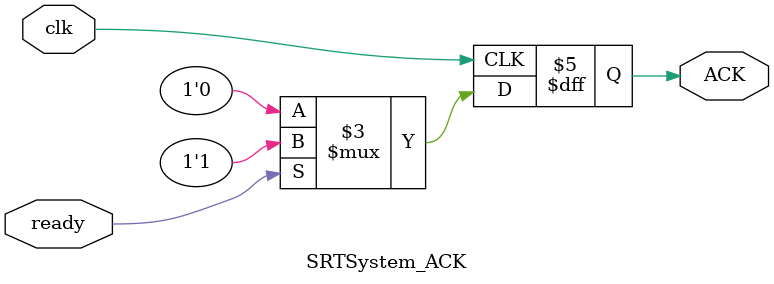
<source format=v>


module SRTSystem_ACK(ready,clk,ACK);
input wire ready,clk;
output reg ACK;

always@(posedge clk)
begin
	if(ready)
	ACK<=1;
	else
	ACK<=0;
end

endmodule
</source>
